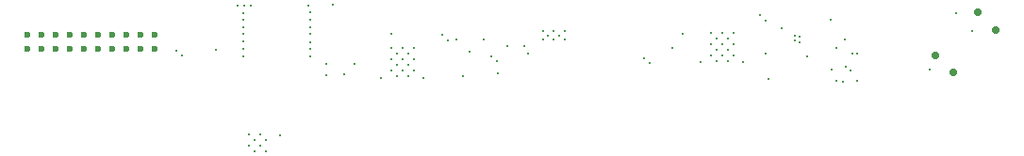
<source format=gbr>
G04 Generated by Ultiboard 14.2 *
%FSLAX46Y46*%
%MOIN*%

%ADD10C,0.000001*%
%ADD11C,0.007874*%
%ADD12C,0.023622*%
%ADD13C,0.027559*%


G04 ColorRGB 000000 for the following layer *
%LNDrill-Copper Top-Copper Bottom*%
%LPD*%
G54D11*
X837500Y-170000D03*
X877500Y-170000D03*
X857500Y-190000D03*
X897500Y-190000D03*
X877500Y-130000D03*
X857500Y-150000D03*
X837500Y-130000D03*
X947500Y-132500D03*
X897500Y-150000D03*
X1750000Y181500D03*
X1810000Y181500D03*
X1617500Y162500D03*
X1570000Y205000D03*
X1667500Y205000D03*
X1047500Y327500D03*
X817500Y225000D03*
X817500Y200000D03*
X817500Y172500D03*
X817500Y300000D03*
X817500Y147500D03*
X1175000Y82500D03*
X817500Y275000D03*
X817500Y250000D03*
X1825000Y157500D03*
X1717500Y85000D03*
X1110000Y120000D03*
X1052500Y275000D03*
X2912500Y175000D03*
X1052500Y197500D03*
X2897500Y100000D03*
X1052500Y302500D03*
X2947500Y110000D03*
X1052500Y250000D03*
X2962500Y95000D03*
X1052500Y225000D03*
X2987500Y60000D03*
X1052500Y147500D03*
X2915000Y60000D03*
X1052500Y172500D03*
X2937500Y57500D03*
X3245000Y100000D03*
X3337500Y300000D03*
X3395000Y237500D03*
X797500Y327500D03*
X842500Y327500D03*
X820000Y327500D03*
X2432500Y125000D03*
X2585000Y125000D03*
X2470000Y150000D03*
X2510000Y150000D03*
X2530000Y130000D03*
X2490000Y130000D03*
X2550000Y150000D03*
X2530000Y170000D03*
X2470000Y230000D03*
X2510000Y230000D03*
X2510000Y190000D03*
X2530000Y210000D03*
X2490000Y170000D03*
X2470000Y190000D03*
X2490000Y210000D03*
X2550000Y230000D03*
X2550000Y190000D03*
X2370000Y225000D03*
X2335000Y175000D03*
X2665000Y272500D03*
X2645000Y292500D03*
X2662500Y155000D03*
X1110000Y80000D03*
X2720000Y245000D03*
X2895000Y275000D03*
X720000Y170000D03*
X2945000Y205000D03*
X2675000Y65000D03*
X1302500Y70000D03*
X1455000Y70000D03*
X1360000Y75000D03*
X1400000Y75000D03*
X1340000Y95000D03*
X1340000Y135000D03*
X1360000Y155000D03*
X1400000Y155000D03*
X1420000Y95000D03*
X1420000Y135000D03*
X1400000Y115000D03*
X1380000Y95000D03*
X1380000Y135000D03*
X1360000Y115000D03*
X1340000Y175000D03*
X1420000Y175000D03*
X1380000Y175000D03*
X1340000Y225000D03*
X1210000Y120000D03*
X1540000Y202500D03*
X1520000Y222500D03*
X1595000Y75000D03*
X2767500Y220000D03*
X2767500Y202500D03*
X2785000Y197500D03*
X2785000Y215000D03*
X1695000Y147500D03*
X1715000Y130000D03*
X2255000Y122500D03*
X2235000Y140000D03*
X2987500Y155000D03*
X1132500Y330000D03*
X580000Y167500D03*
X600000Y150000D03*
X1877500Y235000D03*
X1895000Y220000D03*
X1877500Y205000D03*
X1915000Y235000D03*
X1952500Y235000D03*
X1952500Y205000D03*
X1915000Y205000D03*
X1935000Y220000D03*
X2970000Y155000D03*
X2810000Y145000D03*
G54D12*
X305000Y171850D03*
X255000Y171850D03*
X355000Y171850D03*
X155000Y171850D03*
X55000Y171850D03*
X105000Y171850D03*
X355000Y221850D03*
X305000Y221850D03*
X255000Y221850D03*
X205000Y221850D03*
X155000Y221850D03*
X105000Y221850D03*
X55000Y221850D03*
X205000Y171850D03*
X505000Y221850D03*
X455000Y221850D03*
X405000Y221850D03*
X405000Y171850D03*
X455000Y171850D03*
X505000Y171850D03*
G54D13*
X3476210Y238994D03*
X3413994Y301210D03*
X3263790Y151006D03*
X3326006Y88790D03*

M02*

</source>
